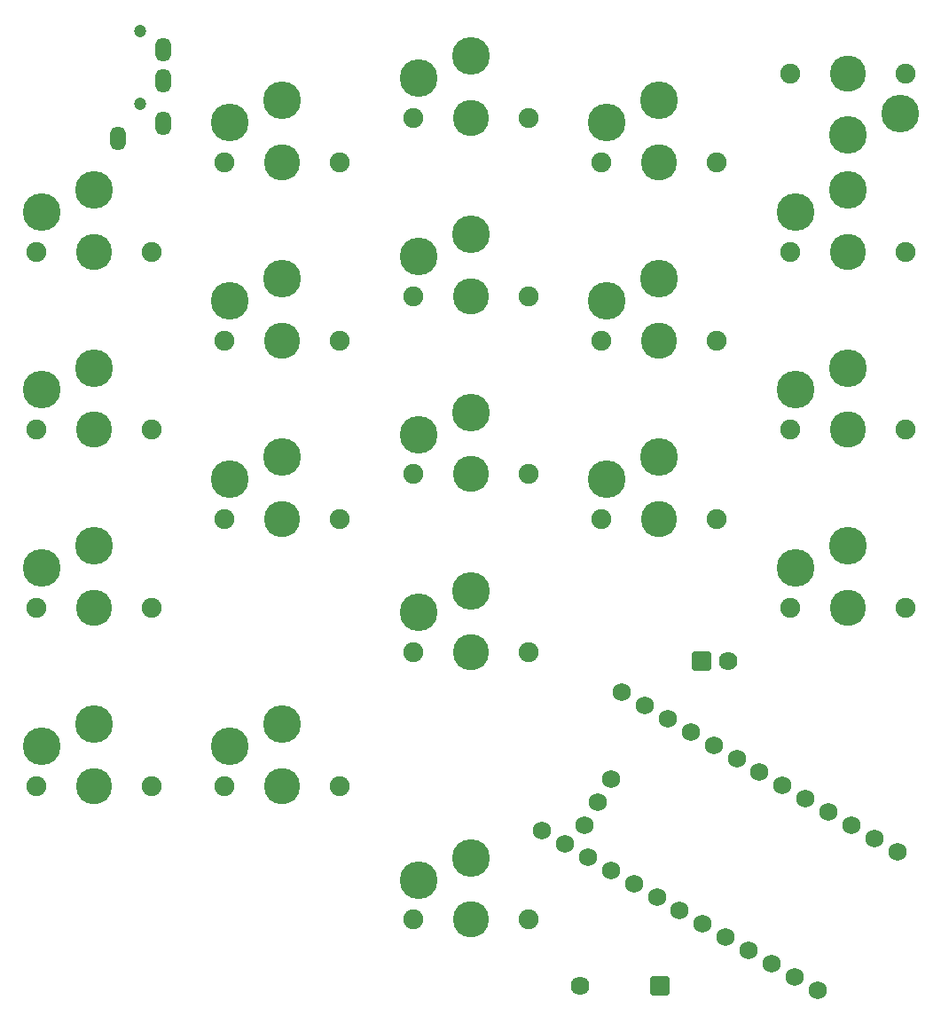
<source format=gbr>
%TF.GenerationSoftware,KiCad,Pcbnew,7.0.9-7.0.9~ubuntu22.04.1*%
%TF.CreationDate,2025-04-09T21:57:24+03:00*%
%TF.ProjectId,Keeb,4b656562-2e6b-4696-9361-645f70636258,rev?*%
%TF.SameCoordinates,Original*%
%TF.FileFunction,Soldermask,Bot*%
%TF.FilePolarity,Negative*%
%FSLAX46Y46*%
G04 Gerber Fmt 4.6, Leading zero omitted, Abs format (unit mm)*
G04 Created by KiCad (PCBNEW 7.0.9-7.0.9~ubuntu22.04.1) date 2025-04-09 21:57:24*
%MOMM*%
%LPD*%
G01*
G04 APERTURE LIST*
G04 Aperture macros list*
%AMRoundRect*
0 Rectangle with rounded corners*
0 $1 Rounding radius*
0 $2 $3 $4 $5 $6 $7 $8 $9 X,Y pos of 4 corners*
0 Add a 4 corners polygon primitive as box body*
4,1,4,$2,$3,$4,$5,$6,$7,$8,$9,$2,$3,0*
0 Add four circle primitives for the rounded corners*
1,1,$1+$1,$2,$3*
1,1,$1+$1,$4,$5*
1,1,$1+$1,$6,$7*
1,1,$1+$1,$8,$9*
0 Add four rect primitives between the rounded corners*
20,1,$1+$1,$2,$3,$4,$5,0*
20,1,$1+$1,$4,$5,$6,$7,0*
20,1,$1+$1,$6,$7,$8,$9,0*
20,1,$1+$1,$8,$9,$2,$3,0*%
G04 Aperture macros list end*
%ADD10C,1.752600*%
%ADD11C,1.200000*%
%ADD12O,1.500000X2.300000*%
%ADD13RoundRect,0.102000X0.790000X-0.790000X0.790000X0.790000X-0.790000X0.790000X-0.790000X-0.790000X0*%
%ADD14C,1.784000*%
%ADD15RoundRect,0.102000X0.787500X0.787500X-0.787500X0.787500X-0.787500X-0.787500X0.787500X-0.787500X0*%
%ADD16C,1.779000*%
%ADD17C,1.900000*%
%ADD18C,3.450000*%
%ADD19C,3.600000*%
G04 APERTURE END LIST*
D10*
%TO.C,U3*%
X181178375Y-125547058D03*
X178978670Y-124277058D03*
X176778966Y-123007058D03*
X174579261Y-121737058D03*
X172379557Y-120467058D03*
X170179852Y-119197058D03*
X167980148Y-117927058D03*
X165780443Y-116657058D03*
X163580739Y-115387058D03*
X161381034Y-114117058D03*
X159181330Y-112847058D03*
X156981625Y-111577058D03*
X164601625Y-98378830D03*
X166801330Y-99648830D03*
X169001034Y-100918830D03*
X171200739Y-102188830D03*
X173400443Y-103458830D03*
X175600148Y-104728830D03*
X177799852Y-105998830D03*
X179999557Y-107268830D03*
X182199261Y-108538830D03*
X184398966Y-109808830D03*
X186598670Y-111078830D03*
X188798375Y-112348830D03*
X190998079Y-113618830D03*
X183378079Y-126817058D03*
X161111241Y-111028353D03*
X162381241Y-108828649D03*
X163651241Y-106628944D03*
%TD*%
D11*
%TO.C,J1*%
X118675000Y-35242944D03*
X118675000Y-42242944D03*
D12*
X116525000Y-45542944D03*
X120825000Y-37042944D03*
X120825000Y-40042944D03*
X120825000Y-44042944D03*
%TD*%
D13*
%TO.C,S1*%
X168235000Y-126337944D03*
D14*
X160615000Y-126337944D03*
%TD*%
D15*
%TO.C,J2*%
X172275000Y-95417944D03*
D16*
X174775000Y-95417944D03*
%TD*%
D17*
%TO.C,SW3*%
X191725000Y-56317944D03*
D18*
X186225000Y-56317944D03*
D17*
X180725000Y-56317944D03*
D19*
X186225000Y-50417944D03*
X181225000Y-52517944D03*
%TD*%
D17*
%TO.C,SW4*%
X191725000Y-73317944D03*
D18*
X186225000Y-73317944D03*
D17*
X180725000Y-73317944D03*
D19*
X186225000Y-67417944D03*
X181225000Y-69517944D03*
%TD*%
D17*
%TO.C,SW5*%
X191725000Y-90317944D03*
D18*
X186225000Y-90317944D03*
D17*
X180725000Y-90317944D03*
D19*
X186225000Y-84417944D03*
X181225000Y-86517944D03*
%TD*%
D17*
%TO.C,SW6*%
X173725000Y-47817944D03*
D18*
X168225000Y-47817944D03*
D17*
X162725000Y-47817944D03*
D19*
X168225000Y-41917944D03*
X163225000Y-44017944D03*
%TD*%
D17*
%TO.C,SW7*%
X173725000Y-64817944D03*
D18*
X168225000Y-64817944D03*
D17*
X162725000Y-64817944D03*
D19*
X168225000Y-58917944D03*
X163225000Y-61017944D03*
%TD*%
D17*
%TO.C,SW8*%
X173725000Y-81817944D03*
D18*
X168225000Y-81817944D03*
D17*
X162725000Y-81817944D03*
D19*
X168225000Y-75917944D03*
X163225000Y-78017944D03*
%TD*%
D17*
%TO.C,SW9*%
X155725000Y-43567944D03*
D18*
X150225000Y-43567944D03*
D17*
X144725000Y-43567944D03*
D19*
X150225000Y-37667944D03*
X145225000Y-39767944D03*
%TD*%
D17*
%TO.C,SW10*%
X155725000Y-60567944D03*
D18*
X150225000Y-60567944D03*
D17*
X144725000Y-60567944D03*
D19*
X150225000Y-54667944D03*
X145225000Y-56767944D03*
%TD*%
D17*
%TO.C,SW11*%
X155725000Y-77567944D03*
D18*
X150225000Y-77567944D03*
D17*
X144725000Y-77567944D03*
D19*
X150225000Y-71667944D03*
X145225000Y-73767944D03*
%TD*%
D17*
%TO.C,SW13*%
X137725000Y-47817944D03*
D18*
X132225000Y-47817944D03*
D17*
X126725000Y-47817944D03*
D19*
X132225000Y-41917944D03*
X127225000Y-44017944D03*
%TD*%
D17*
%TO.C,SW14*%
X137725000Y-64817944D03*
D18*
X132225000Y-64817944D03*
D17*
X126725000Y-64817944D03*
D19*
X132225000Y-58917944D03*
X127225000Y-61017944D03*
%TD*%
D17*
%TO.C,SW15*%
X137725000Y-81817944D03*
D18*
X132225000Y-81817944D03*
D17*
X126725000Y-81817944D03*
D19*
X132225000Y-75917944D03*
X127225000Y-78017944D03*
%TD*%
D17*
%TO.C,SW16*%
X137725000Y-107317944D03*
D18*
X132225000Y-107317944D03*
D17*
X126725000Y-107317944D03*
D19*
X132225000Y-101417944D03*
X127225000Y-103517944D03*
%TD*%
D17*
%TO.C,SW17*%
X119725000Y-56317944D03*
D18*
X114225000Y-56317944D03*
D17*
X108725000Y-56317944D03*
D19*
X114225000Y-50417944D03*
X109225000Y-52517944D03*
%TD*%
D17*
%TO.C,SW18*%
X119725000Y-73317944D03*
D18*
X114225000Y-73317944D03*
D17*
X108725000Y-73317944D03*
D19*
X114225000Y-67417944D03*
X109225000Y-69517944D03*
%TD*%
D17*
%TO.C,SW19*%
X119725000Y-90317944D03*
D18*
X114225000Y-90317944D03*
D17*
X108725000Y-90317944D03*
D19*
X114225000Y-84417944D03*
X109225000Y-86517944D03*
%TD*%
D17*
%TO.C,SW20*%
X119725000Y-107317944D03*
D18*
X114225000Y-107317944D03*
D17*
X108725000Y-107317944D03*
D19*
X114225000Y-101417944D03*
X109225000Y-103517944D03*
%TD*%
D17*
%TO.C,SW1*%
X155725000Y-120067944D03*
D18*
X150225000Y-120067944D03*
D17*
X144725000Y-120067944D03*
D19*
X150225000Y-114167944D03*
X145225000Y-116267944D03*
%TD*%
D17*
%TO.C,SW12*%
X180725000Y-39317944D03*
D18*
X186225000Y-39317944D03*
D17*
X191725000Y-39317944D03*
D19*
X186225000Y-45217944D03*
X191225000Y-43117944D03*
%TD*%
D17*
%TO.C,SW2*%
X155725000Y-94567944D03*
D18*
X150225000Y-94567944D03*
D17*
X144725000Y-94567944D03*
D19*
X150225000Y-88667944D03*
X145225000Y-90767944D03*
%TD*%
M02*

</source>
